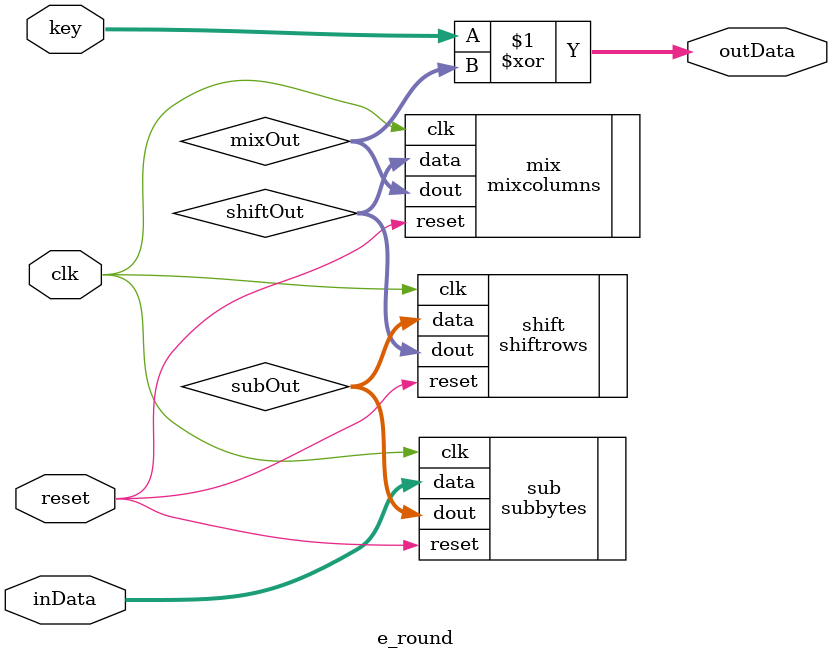
<source format=sv>
`timescale 1ns / 1ps

module e_round(
    input clk,
    input reset,
    input [127:0]inData,
    input [127:0]key,
    output logic [127:0]outData
    );
    
//Subbytes
//shiftrows
//mix columns
//add round key

logic [127:0]subOut, shiftOut, mixOut;

subbytes sub(.clk(clk), .reset(reset), .data(inData), .dout(subOut));
shiftrows shift(.clk(clk), .reset(reset), .data(subOut), .dout(shiftOut));
mixcolumns mix(.clk(clk), .reset(reset), .data(shiftOut), .dout(mixOut));
assign outData = key^mixOut;

endmodule

</source>
